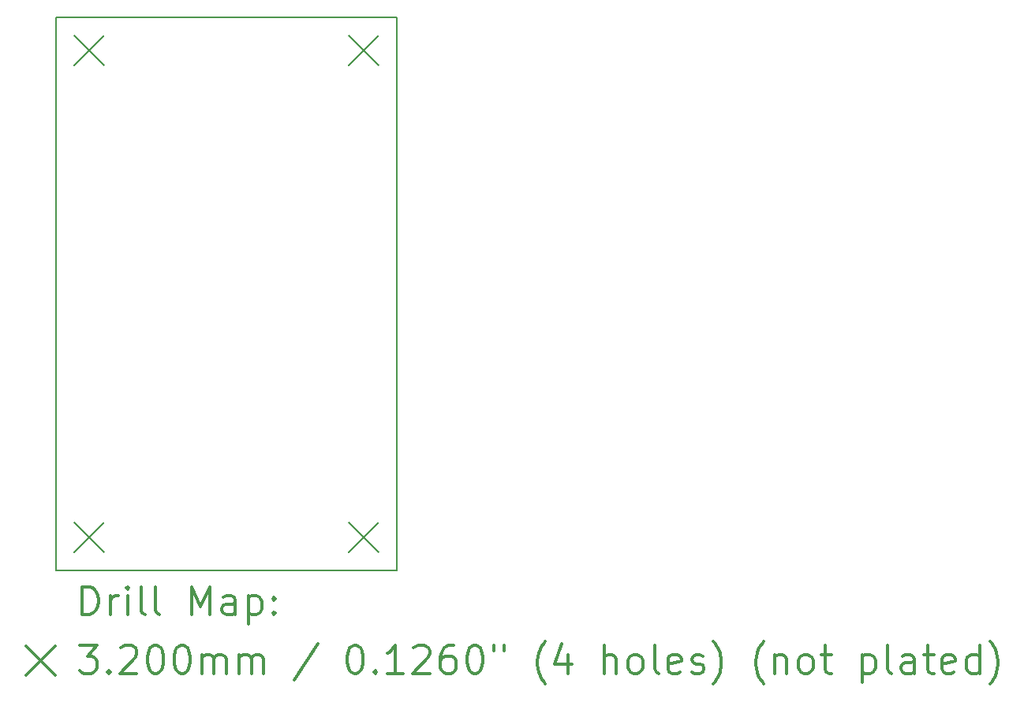
<source format=gbr>
%FSLAX45Y45*%
G04 Gerber Fmt 4.5, Leading zero omitted, Abs format (unit mm)*
G04 Created by KiCad (PCBNEW 5.1.10-1.fc34) date 2021-08-21 17:03:26*
%MOMM*%
%LPD*%
G01*
G04 APERTURE LIST*
%TA.AperFunction,Profile*%
%ADD10C,0.150000*%
%TD*%
%ADD11C,0.200000*%
%ADD12C,0.300000*%
G04 APERTURE END LIST*
D10*
X12725400Y-13563600D02*
X12725400Y-7620000D01*
X16383000Y-13563600D02*
X12725400Y-13563600D01*
X16383000Y-7620000D02*
X16383000Y-13563600D01*
X12725400Y-7620000D02*
X16383000Y-7620000D01*
D11*
X12921000Y-7815600D02*
X13241000Y-8135600D01*
X13241000Y-7815600D02*
X12921000Y-8135600D01*
X12921000Y-13048000D02*
X13241000Y-13368000D01*
X13241000Y-13048000D02*
X12921000Y-13368000D01*
X15867400Y-7815600D02*
X16187400Y-8135600D01*
X16187400Y-7815600D02*
X15867400Y-8135600D01*
X15867400Y-13048000D02*
X16187400Y-13368000D01*
X16187400Y-13048000D02*
X15867400Y-13368000D01*
D12*
X13004328Y-14036814D02*
X13004328Y-13736814D01*
X13075757Y-13736814D01*
X13118614Y-13751100D01*
X13147186Y-13779671D01*
X13161471Y-13808243D01*
X13175757Y-13865386D01*
X13175757Y-13908243D01*
X13161471Y-13965386D01*
X13147186Y-13993957D01*
X13118614Y-14022529D01*
X13075757Y-14036814D01*
X13004328Y-14036814D01*
X13304328Y-14036814D02*
X13304328Y-13836814D01*
X13304328Y-13893957D02*
X13318614Y-13865386D01*
X13332900Y-13851100D01*
X13361471Y-13836814D01*
X13390043Y-13836814D01*
X13490043Y-14036814D02*
X13490043Y-13836814D01*
X13490043Y-13736814D02*
X13475757Y-13751100D01*
X13490043Y-13765386D01*
X13504328Y-13751100D01*
X13490043Y-13736814D01*
X13490043Y-13765386D01*
X13675757Y-14036814D02*
X13647186Y-14022529D01*
X13632900Y-13993957D01*
X13632900Y-13736814D01*
X13832900Y-14036814D02*
X13804328Y-14022529D01*
X13790043Y-13993957D01*
X13790043Y-13736814D01*
X14175757Y-14036814D02*
X14175757Y-13736814D01*
X14275757Y-13951100D01*
X14375757Y-13736814D01*
X14375757Y-14036814D01*
X14647186Y-14036814D02*
X14647186Y-13879671D01*
X14632900Y-13851100D01*
X14604328Y-13836814D01*
X14547186Y-13836814D01*
X14518614Y-13851100D01*
X14647186Y-14022529D02*
X14618614Y-14036814D01*
X14547186Y-14036814D01*
X14518614Y-14022529D01*
X14504328Y-13993957D01*
X14504328Y-13965386D01*
X14518614Y-13936814D01*
X14547186Y-13922529D01*
X14618614Y-13922529D01*
X14647186Y-13908243D01*
X14790043Y-13836814D02*
X14790043Y-14136814D01*
X14790043Y-13851100D02*
X14818614Y-13836814D01*
X14875757Y-13836814D01*
X14904328Y-13851100D01*
X14918614Y-13865386D01*
X14932900Y-13893957D01*
X14932900Y-13979671D01*
X14918614Y-14008243D01*
X14904328Y-14022529D01*
X14875757Y-14036814D01*
X14818614Y-14036814D01*
X14790043Y-14022529D01*
X15061471Y-14008243D02*
X15075757Y-14022529D01*
X15061471Y-14036814D01*
X15047186Y-14022529D01*
X15061471Y-14008243D01*
X15061471Y-14036814D01*
X15061471Y-13851100D02*
X15075757Y-13865386D01*
X15061471Y-13879671D01*
X15047186Y-13865386D01*
X15061471Y-13851100D01*
X15061471Y-13879671D01*
X12397900Y-14371100D02*
X12717900Y-14691100D01*
X12717900Y-14371100D02*
X12397900Y-14691100D01*
X12975757Y-14366814D02*
X13161471Y-14366814D01*
X13061471Y-14481100D01*
X13104328Y-14481100D01*
X13132900Y-14495386D01*
X13147186Y-14509671D01*
X13161471Y-14538243D01*
X13161471Y-14609671D01*
X13147186Y-14638243D01*
X13132900Y-14652529D01*
X13104328Y-14666814D01*
X13018614Y-14666814D01*
X12990043Y-14652529D01*
X12975757Y-14638243D01*
X13290043Y-14638243D02*
X13304328Y-14652529D01*
X13290043Y-14666814D01*
X13275757Y-14652529D01*
X13290043Y-14638243D01*
X13290043Y-14666814D01*
X13418614Y-14395386D02*
X13432900Y-14381100D01*
X13461471Y-14366814D01*
X13532900Y-14366814D01*
X13561471Y-14381100D01*
X13575757Y-14395386D01*
X13590043Y-14423957D01*
X13590043Y-14452529D01*
X13575757Y-14495386D01*
X13404328Y-14666814D01*
X13590043Y-14666814D01*
X13775757Y-14366814D02*
X13804328Y-14366814D01*
X13832900Y-14381100D01*
X13847186Y-14395386D01*
X13861471Y-14423957D01*
X13875757Y-14481100D01*
X13875757Y-14552529D01*
X13861471Y-14609671D01*
X13847186Y-14638243D01*
X13832900Y-14652529D01*
X13804328Y-14666814D01*
X13775757Y-14666814D01*
X13747186Y-14652529D01*
X13732900Y-14638243D01*
X13718614Y-14609671D01*
X13704328Y-14552529D01*
X13704328Y-14481100D01*
X13718614Y-14423957D01*
X13732900Y-14395386D01*
X13747186Y-14381100D01*
X13775757Y-14366814D01*
X14061471Y-14366814D02*
X14090043Y-14366814D01*
X14118614Y-14381100D01*
X14132900Y-14395386D01*
X14147186Y-14423957D01*
X14161471Y-14481100D01*
X14161471Y-14552529D01*
X14147186Y-14609671D01*
X14132900Y-14638243D01*
X14118614Y-14652529D01*
X14090043Y-14666814D01*
X14061471Y-14666814D01*
X14032900Y-14652529D01*
X14018614Y-14638243D01*
X14004328Y-14609671D01*
X13990043Y-14552529D01*
X13990043Y-14481100D01*
X14004328Y-14423957D01*
X14018614Y-14395386D01*
X14032900Y-14381100D01*
X14061471Y-14366814D01*
X14290043Y-14666814D02*
X14290043Y-14466814D01*
X14290043Y-14495386D02*
X14304328Y-14481100D01*
X14332900Y-14466814D01*
X14375757Y-14466814D01*
X14404328Y-14481100D01*
X14418614Y-14509671D01*
X14418614Y-14666814D01*
X14418614Y-14509671D02*
X14432900Y-14481100D01*
X14461471Y-14466814D01*
X14504328Y-14466814D01*
X14532900Y-14481100D01*
X14547186Y-14509671D01*
X14547186Y-14666814D01*
X14690043Y-14666814D02*
X14690043Y-14466814D01*
X14690043Y-14495386D02*
X14704328Y-14481100D01*
X14732900Y-14466814D01*
X14775757Y-14466814D01*
X14804328Y-14481100D01*
X14818614Y-14509671D01*
X14818614Y-14666814D01*
X14818614Y-14509671D02*
X14832900Y-14481100D01*
X14861471Y-14466814D01*
X14904328Y-14466814D01*
X14932900Y-14481100D01*
X14947186Y-14509671D01*
X14947186Y-14666814D01*
X15532900Y-14352529D02*
X15275757Y-14738243D01*
X15918614Y-14366814D02*
X15947186Y-14366814D01*
X15975757Y-14381100D01*
X15990043Y-14395386D01*
X16004328Y-14423957D01*
X16018614Y-14481100D01*
X16018614Y-14552529D01*
X16004328Y-14609671D01*
X15990043Y-14638243D01*
X15975757Y-14652529D01*
X15947186Y-14666814D01*
X15918614Y-14666814D01*
X15890043Y-14652529D01*
X15875757Y-14638243D01*
X15861471Y-14609671D01*
X15847186Y-14552529D01*
X15847186Y-14481100D01*
X15861471Y-14423957D01*
X15875757Y-14395386D01*
X15890043Y-14381100D01*
X15918614Y-14366814D01*
X16147186Y-14638243D02*
X16161471Y-14652529D01*
X16147186Y-14666814D01*
X16132900Y-14652529D01*
X16147186Y-14638243D01*
X16147186Y-14666814D01*
X16447186Y-14666814D02*
X16275757Y-14666814D01*
X16361471Y-14666814D02*
X16361471Y-14366814D01*
X16332900Y-14409671D01*
X16304328Y-14438243D01*
X16275757Y-14452529D01*
X16561471Y-14395386D02*
X16575757Y-14381100D01*
X16604328Y-14366814D01*
X16675757Y-14366814D01*
X16704328Y-14381100D01*
X16718614Y-14395386D01*
X16732900Y-14423957D01*
X16732900Y-14452529D01*
X16718614Y-14495386D01*
X16547186Y-14666814D01*
X16732900Y-14666814D01*
X16990043Y-14366814D02*
X16932900Y-14366814D01*
X16904328Y-14381100D01*
X16890043Y-14395386D01*
X16861471Y-14438243D01*
X16847186Y-14495386D01*
X16847186Y-14609671D01*
X16861471Y-14638243D01*
X16875757Y-14652529D01*
X16904328Y-14666814D01*
X16961471Y-14666814D01*
X16990043Y-14652529D01*
X17004328Y-14638243D01*
X17018614Y-14609671D01*
X17018614Y-14538243D01*
X17004328Y-14509671D01*
X16990043Y-14495386D01*
X16961471Y-14481100D01*
X16904328Y-14481100D01*
X16875757Y-14495386D01*
X16861471Y-14509671D01*
X16847186Y-14538243D01*
X17204328Y-14366814D02*
X17232900Y-14366814D01*
X17261471Y-14381100D01*
X17275757Y-14395386D01*
X17290043Y-14423957D01*
X17304328Y-14481100D01*
X17304328Y-14552529D01*
X17290043Y-14609671D01*
X17275757Y-14638243D01*
X17261471Y-14652529D01*
X17232900Y-14666814D01*
X17204328Y-14666814D01*
X17175757Y-14652529D01*
X17161471Y-14638243D01*
X17147186Y-14609671D01*
X17132900Y-14552529D01*
X17132900Y-14481100D01*
X17147186Y-14423957D01*
X17161471Y-14395386D01*
X17175757Y-14381100D01*
X17204328Y-14366814D01*
X17418614Y-14366814D02*
X17418614Y-14423957D01*
X17532900Y-14366814D02*
X17532900Y-14423957D01*
X17975757Y-14781100D02*
X17961471Y-14766814D01*
X17932900Y-14723957D01*
X17918614Y-14695386D01*
X17904328Y-14652529D01*
X17890043Y-14581100D01*
X17890043Y-14523957D01*
X17904328Y-14452529D01*
X17918614Y-14409671D01*
X17932900Y-14381100D01*
X17961471Y-14338243D01*
X17975757Y-14323957D01*
X18218614Y-14466814D02*
X18218614Y-14666814D01*
X18147186Y-14352529D02*
X18075757Y-14566814D01*
X18261471Y-14566814D01*
X18604328Y-14666814D02*
X18604328Y-14366814D01*
X18732900Y-14666814D02*
X18732900Y-14509671D01*
X18718614Y-14481100D01*
X18690043Y-14466814D01*
X18647186Y-14466814D01*
X18618614Y-14481100D01*
X18604328Y-14495386D01*
X18918614Y-14666814D02*
X18890043Y-14652529D01*
X18875757Y-14638243D01*
X18861471Y-14609671D01*
X18861471Y-14523957D01*
X18875757Y-14495386D01*
X18890043Y-14481100D01*
X18918614Y-14466814D01*
X18961471Y-14466814D01*
X18990043Y-14481100D01*
X19004328Y-14495386D01*
X19018614Y-14523957D01*
X19018614Y-14609671D01*
X19004328Y-14638243D01*
X18990043Y-14652529D01*
X18961471Y-14666814D01*
X18918614Y-14666814D01*
X19190043Y-14666814D02*
X19161471Y-14652529D01*
X19147186Y-14623957D01*
X19147186Y-14366814D01*
X19418614Y-14652529D02*
X19390043Y-14666814D01*
X19332900Y-14666814D01*
X19304328Y-14652529D01*
X19290043Y-14623957D01*
X19290043Y-14509671D01*
X19304328Y-14481100D01*
X19332900Y-14466814D01*
X19390043Y-14466814D01*
X19418614Y-14481100D01*
X19432900Y-14509671D01*
X19432900Y-14538243D01*
X19290043Y-14566814D01*
X19547186Y-14652529D02*
X19575757Y-14666814D01*
X19632900Y-14666814D01*
X19661471Y-14652529D01*
X19675757Y-14623957D01*
X19675757Y-14609671D01*
X19661471Y-14581100D01*
X19632900Y-14566814D01*
X19590043Y-14566814D01*
X19561471Y-14552529D01*
X19547186Y-14523957D01*
X19547186Y-14509671D01*
X19561471Y-14481100D01*
X19590043Y-14466814D01*
X19632900Y-14466814D01*
X19661471Y-14481100D01*
X19775757Y-14781100D02*
X19790043Y-14766814D01*
X19818614Y-14723957D01*
X19832900Y-14695386D01*
X19847186Y-14652529D01*
X19861471Y-14581100D01*
X19861471Y-14523957D01*
X19847186Y-14452529D01*
X19832900Y-14409671D01*
X19818614Y-14381100D01*
X19790043Y-14338243D01*
X19775757Y-14323957D01*
X20318614Y-14781100D02*
X20304328Y-14766814D01*
X20275757Y-14723957D01*
X20261471Y-14695386D01*
X20247186Y-14652529D01*
X20232900Y-14581100D01*
X20232900Y-14523957D01*
X20247186Y-14452529D01*
X20261471Y-14409671D01*
X20275757Y-14381100D01*
X20304328Y-14338243D01*
X20318614Y-14323957D01*
X20432900Y-14466814D02*
X20432900Y-14666814D01*
X20432900Y-14495386D02*
X20447186Y-14481100D01*
X20475757Y-14466814D01*
X20518614Y-14466814D01*
X20547186Y-14481100D01*
X20561471Y-14509671D01*
X20561471Y-14666814D01*
X20747186Y-14666814D02*
X20718614Y-14652529D01*
X20704328Y-14638243D01*
X20690043Y-14609671D01*
X20690043Y-14523957D01*
X20704328Y-14495386D01*
X20718614Y-14481100D01*
X20747186Y-14466814D01*
X20790043Y-14466814D01*
X20818614Y-14481100D01*
X20832900Y-14495386D01*
X20847186Y-14523957D01*
X20847186Y-14609671D01*
X20832900Y-14638243D01*
X20818614Y-14652529D01*
X20790043Y-14666814D01*
X20747186Y-14666814D01*
X20932900Y-14466814D02*
X21047186Y-14466814D01*
X20975757Y-14366814D02*
X20975757Y-14623957D01*
X20990043Y-14652529D01*
X21018614Y-14666814D01*
X21047186Y-14666814D01*
X21375757Y-14466814D02*
X21375757Y-14766814D01*
X21375757Y-14481100D02*
X21404328Y-14466814D01*
X21461471Y-14466814D01*
X21490043Y-14481100D01*
X21504328Y-14495386D01*
X21518614Y-14523957D01*
X21518614Y-14609671D01*
X21504328Y-14638243D01*
X21490043Y-14652529D01*
X21461471Y-14666814D01*
X21404328Y-14666814D01*
X21375757Y-14652529D01*
X21690043Y-14666814D02*
X21661471Y-14652529D01*
X21647186Y-14623957D01*
X21647186Y-14366814D01*
X21932900Y-14666814D02*
X21932900Y-14509671D01*
X21918614Y-14481100D01*
X21890043Y-14466814D01*
X21832900Y-14466814D01*
X21804328Y-14481100D01*
X21932900Y-14652529D02*
X21904328Y-14666814D01*
X21832900Y-14666814D01*
X21804328Y-14652529D01*
X21790043Y-14623957D01*
X21790043Y-14595386D01*
X21804328Y-14566814D01*
X21832900Y-14552529D01*
X21904328Y-14552529D01*
X21932900Y-14538243D01*
X22032900Y-14466814D02*
X22147186Y-14466814D01*
X22075757Y-14366814D02*
X22075757Y-14623957D01*
X22090043Y-14652529D01*
X22118614Y-14666814D01*
X22147186Y-14666814D01*
X22361471Y-14652529D02*
X22332900Y-14666814D01*
X22275757Y-14666814D01*
X22247186Y-14652529D01*
X22232900Y-14623957D01*
X22232900Y-14509671D01*
X22247186Y-14481100D01*
X22275757Y-14466814D01*
X22332900Y-14466814D01*
X22361471Y-14481100D01*
X22375757Y-14509671D01*
X22375757Y-14538243D01*
X22232900Y-14566814D01*
X22632900Y-14666814D02*
X22632900Y-14366814D01*
X22632900Y-14652529D02*
X22604328Y-14666814D01*
X22547186Y-14666814D01*
X22518614Y-14652529D01*
X22504328Y-14638243D01*
X22490043Y-14609671D01*
X22490043Y-14523957D01*
X22504328Y-14495386D01*
X22518614Y-14481100D01*
X22547186Y-14466814D01*
X22604328Y-14466814D01*
X22632900Y-14481100D01*
X22747186Y-14781100D02*
X22761471Y-14766814D01*
X22790043Y-14723957D01*
X22804328Y-14695386D01*
X22818614Y-14652529D01*
X22832900Y-14581100D01*
X22832900Y-14523957D01*
X22818614Y-14452529D01*
X22804328Y-14409671D01*
X22790043Y-14381100D01*
X22761471Y-14338243D01*
X22747186Y-14323957D01*
M02*

</source>
